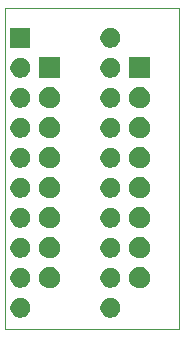
<source format=gbr>
G04 #@! TF.GenerationSoftware,KiCad,Pcbnew,(5.1.5)-3*
G04 #@! TF.CreationDate,2020-09-11T10:56:43+02:00*
G04 #@! TF.ProjectId,mmu_16v8,6d6d755f-3136-4763-982e-6b696361645f,rev?*
G04 #@! TF.SameCoordinates,Original*
G04 #@! TF.FileFunction,Soldermask,Bot*
G04 #@! TF.FilePolarity,Negative*
%FSLAX46Y46*%
G04 Gerber Fmt 4.6, Leading zero omitted, Abs format (unit mm)*
G04 Created by KiCad (PCBNEW (5.1.5)-3) date 2020-09-11 10:56:43*
%MOMM*%
%LPD*%
G04 APERTURE LIST*
%ADD10C,0.050000*%
%ADD11C,0.100000*%
G04 APERTURE END LIST*
D10*
X140208000Y-69088000D02*
X140208000Y-41910000D01*
X154940000Y-69088000D02*
X140208000Y-69088000D01*
X154940000Y-41910000D02*
X154940000Y-69088000D01*
X140208000Y-41910000D02*
X154940000Y-41910000D01*
D11*
G36*
X149409728Y-66491703D02*
G01*
X149564600Y-66555853D01*
X149703981Y-66648985D01*
X149822515Y-66767519D01*
X149915647Y-66906900D01*
X149979797Y-67061772D01*
X150012500Y-67226184D01*
X150012500Y-67393816D01*
X149979797Y-67558228D01*
X149915647Y-67713100D01*
X149822515Y-67852481D01*
X149703981Y-67971015D01*
X149564600Y-68064147D01*
X149409728Y-68128297D01*
X149245316Y-68161000D01*
X149077684Y-68161000D01*
X148913272Y-68128297D01*
X148758400Y-68064147D01*
X148619019Y-67971015D01*
X148500485Y-67852481D01*
X148407353Y-67713100D01*
X148343203Y-67558228D01*
X148310500Y-67393816D01*
X148310500Y-67226184D01*
X148343203Y-67061772D01*
X148407353Y-66906900D01*
X148500485Y-66767519D01*
X148619019Y-66648985D01*
X148758400Y-66555853D01*
X148913272Y-66491703D01*
X149077684Y-66459000D01*
X149245316Y-66459000D01*
X149409728Y-66491703D01*
G37*
G36*
X141789728Y-66491703D02*
G01*
X141944600Y-66555853D01*
X142083981Y-66648985D01*
X142202515Y-66767519D01*
X142295647Y-66906900D01*
X142359797Y-67061772D01*
X142392500Y-67226184D01*
X142392500Y-67393816D01*
X142359797Y-67558228D01*
X142295647Y-67713100D01*
X142202515Y-67852481D01*
X142083981Y-67971015D01*
X141944600Y-68064147D01*
X141789728Y-68128297D01*
X141625316Y-68161000D01*
X141457684Y-68161000D01*
X141293272Y-68128297D01*
X141138400Y-68064147D01*
X140999019Y-67971015D01*
X140880485Y-67852481D01*
X140787353Y-67713100D01*
X140723203Y-67558228D01*
X140690500Y-67393816D01*
X140690500Y-67226184D01*
X140723203Y-67061772D01*
X140787353Y-66906900D01*
X140880485Y-66767519D01*
X140999019Y-66648985D01*
X141138400Y-66555853D01*
X141293272Y-66491703D01*
X141457684Y-66459000D01*
X141625316Y-66459000D01*
X141789728Y-66491703D01*
G37*
G36*
X144131512Y-63873927D02*
G01*
X144280812Y-63903624D01*
X144444784Y-63971544D01*
X144592354Y-64070147D01*
X144717853Y-64195646D01*
X144816456Y-64343216D01*
X144884376Y-64507188D01*
X144919000Y-64681259D01*
X144919000Y-64858741D01*
X144884376Y-65032812D01*
X144816456Y-65196784D01*
X144717853Y-65344354D01*
X144592354Y-65469853D01*
X144444784Y-65568456D01*
X144280812Y-65636376D01*
X144131512Y-65666073D01*
X144106742Y-65671000D01*
X143929258Y-65671000D01*
X143904488Y-65666073D01*
X143755188Y-65636376D01*
X143591216Y-65568456D01*
X143443646Y-65469853D01*
X143318147Y-65344354D01*
X143219544Y-65196784D01*
X143151624Y-65032812D01*
X143117000Y-64858741D01*
X143117000Y-64681259D01*
X143151624Y-64507188D01*
X143219544Y-64343216D01*
X143318147Y-64195646D01*
X143443646Y-64070147D01*
X143591216Y-63971544D01*
X143755188Y-63903624D01*
X143904488Y-63873927D01*
X143929258Y-63869000D01*
X144106742Y-63869000D01*
X144131512Y-63873927D01*
G37*
G36*
X151751512Y-63873927D02*
G01*
X151900812Y-63903624D01*
X152064784Y-63971544D01*
X152212354Y-64070147D01*
X152337853Y-64195646D01*
X152436456Y-64343216D01*
X152504376Y-64507188D01*
X152539000Y-64681259D01*
X152539000Y-64858741D01*
X152504376Y-65032812D01*
X152436456Y-65196784D01*
X152337853Y-65344354D01*
X152212354Y-65469853D01*
X152064784Y-65568456D01*
X151900812Y-65636376D01*
X151751512Y-65666073D01*
X151726742Y-65671000D01*
X151549258Y-65671000D01*
X151524488Y-65666073D01*
X151375188Y-65636376D01*
X151211216Y-65568456D01*
X151063646Y-65469853D01*
X150938147Y-65344354D01*
X150839544Y-65196784D01*
X150771624Y-65032812D01*
X150737000Y-64858741D01*
X150737000Y-64681259D01*
X150771624Y-64507188D01*
X150839544Y-64343216D01*
X150938147Y-64195646D01*
X151063646Y-64070147D01*
X151211216Y-63971544D01*
X151375188Y-63903624D01*
X151524488Y-63873927D01*
X151549258Y-63869000D01*
X151726742Y-63869000D01*
X151751512Y-63873927D01*
G37*
G36*
X141789728Y-63951703D02*
G01*
X141944600Y-64015853D01*
X142083981Y-64108985D01*
X142202515Y-64227519D01*
X142295647Y-64366900D01*
X142359797Y-64521772D01*
X142392500Y-64686184D01*
X142392500Y-64853816D01*
X142359797Y-65018228D01*
X142295647Y-65173100D01*
X142202515Y-65312481D01*
X142083981Y-65431015D01*
X141944600Y-65524147D01*
X141789728Y-65588297D01*
X141625316Y-65621000D01*
X141457684Y-65621000D01*
X141293272Y-65588297D01*
X141138400Y-65524147D01*
X140999019Y-65431015D01*
X140880485Y-65312481D01*
X140787353Y-65173100D01*
X140723203Y-65018228D01*
X140690500Y-64853816D01*
X140690500Y-64686184D01*
X140723203Y-64521772D01*
X140787353Y-64366900D01*
X140880485Y-64227519D01*
X140999019Y-64108985D01*
X141138400Y-64015853D01*
X141293272Y-63951703D01*
X141457684Y-63919000D01*
X141625316Y-63919000D01*
X141789728Y-63951703D01*
G37*
G36*
X149409728Y-63951703D02*
G01*
X149564600Y-64015853D01*
X149703981Y-64108985D01*
X149822515Y-64227519D01*
X149915647Y-64366900D01*
X149979797Y-64521772D01*
X150012500Y-64686184D01*
X150012500Y-64853816D01*
X149979797Y-65018228D01*
X149915647Y-65173100D01*
X149822515Y-65312481D01*
X149703981Y-65431015D01*
X149564600Y-65524147D01*
X149409728Y-65588297D01*
X149245316Y-65621000D01*
X149077684Y-65621000D01*
X148913272Y-65588297D01*
X148758400Y-65524147D01*
X148619019Y-65431015D01*
X148500485Y-65312481D01*
X148407353Y-65173100D01*
X148343203Y-65018228D01*
X148310500Y-64853816D01*
X148310500Y-64686184D01*
X148343203Y-64521772D01*
X148407353Y-64366900D01*
X148500485Y-64227519D01*
X148619019Y-64108985D01*
X148758400Y-64015853D01*
X148913272Y-63951703D01*
X149077684Y-63919000D01*
X149245316Y-63919000D01*
X149409728Y-63951703D01*
G37*
G36*
X144131512Y-61333927D02*
G01*
X144280812Y-61363624D01*
X144444784Y-61431544D01*
X144592354Y-61530147D01*
X144717853Y-61655646D01*
X144816456Y-61803216D01*
X144884376Y-61967188D01*
X144919000Y-62141259D01*
X144919000Y-62318741D01*
X144884376Y-62492812D01*
X144816456Y-62656784D01*
X144717853Y-62804354D01*
X144592354Y-62929853D01*
X144444784Y-63028456D01*
X144280812Y-63096376D01*
X144131512Y-63126073D01*
X144106742Y-63131000D01*
X143929258Y-63131000D01*
X143904488Y-63126073D01*
X143755188Y-63096376D01*
X143591216Y-63028456D01*
X143443646Y-62929853D01*
X143318147Y-62804354D01*
X143219544Y-62656784D01*
X143151624Y-62492812D01*
X143117000Y-62318741D01*
X143117000Y-62141259D01*
X143151624Y-61967188D01*
X143219544Y-61803216D01*
X143318147Y-61655646D01*
X143443646Y-61530147D01*
X143591216Y-61431544D01*
X143755188Y-61363624D01*
X143904488Y-61333927D01*
X143929258Y-61329000D01*
X144106742Y-61329000D01*
X144131512Y-61333927D01*
G37*
G36*
X151751512Y-61333927D02*
G01*
X151900812Y-61363624D01*
X152064784Y-61431544D01*
X152212354Y-61530147D01*
X152337853Y-61655646D01*
X152436456Y-61803216D01*
X152504376Y-61967188D01*
X152539000Y-62141259D01*
X152539000Y-62318741D01*
X152504376Y-62492812D01*
X152436456Y-62656784D01*
X152337853Y-62804354D01*
X152212354Y-62929853D01*
X152064784Y-63028456D01*
X151900812Y-63096376D01*
X151751512Y-63126073D01*
X151726742Y-63131000D01*
X151549258Y-63131000D01*
X151524488Y-63126073D01*
X151375188Y-63096376D01*
X151211216Y-63028456D01*
X151063646Y-62929853D01*
X150938147Y-62804354D01*
X150839544Y-62656784D01*
X150771624Y-62492812D01*
X150737000Y-62318741D01*
X150737000Y-62141259D01*
X150771624Y-61967188D01*
X150839544Y-61803216D01*
X150938147Y-61655646D01*
X151063646Y-61530147D01*
X151211216Y-61431544D01*
X151375188Y-61363624D01*
X151524488Y-61333927D01*
X151549258Y-61329000D01*
X151726742Y-61329000D01*
X151751512Y-61333927D01*
G37*
G36*
X149409728Y-61411703D02*
G01*
X149564600Y-61475853D01*
X149703981Y-61568985D01*
X149822515Y-61687519D01*
X149915647Y-61826900D01*
X149979797Y-61981772D01*
X150012500Y-62146184D01*
X150012500Y-62313816D01*
X149979797Y-62478228D01*
X149915647Y-62633100D01*
X149822515Y-62772481D01*
X149703981Y-62891015D01*
X149564600Y-62984147D01*
X149409728Y-63048297D01*
X149245316Y-63081000D01*
X149077684Y-63081000D01*
X148913272Y-63048297D01*
X148758400Y-62984147D01*
X148619019Y-62891015D01*
X148500485Y-62772481D01*
X148407353Y-62633100D01*
X148343203Y-62478228D01*
X148310500Y-62313816D01*
X148310500Y-62146184D01*
X148343203Y-61981772D01*
X148407353Y-61826900D01*
X148500485Y-61687519D01*
X148619019Y-61568985D01*
X148758400Y-61475853D01*
X148913272Y-61411703D01*
X149077684Y-61379000D01*
X149245316Y-61379000D01*
X149409728Y-61411703D01*
G37*
G36*
X141789728Y-61411703D02*
G01*
X141944600Y-61475853D01*
X142083981Y-61568985D01*
X142202515Y-61687519D01*
X142295647Y-61826900D01*
X142359797Y-61981772D01*
X142392500Y-62146184D01*
X142392500Y-62313816D01*
X142359797Y-62478228D01*
X142295647Y-62633100D01*
X142202515Y-62772481D01*
X142083981Y-62891015D01*
X141944600Y-62984147D01*
X141789728Y-63048297D01*
X141625316Y-63081000D01*
X141457684Y-63081000D01*
X141293272Y-63048297D01*
X141138400Y-62984147D01*
X140999019Y-62891015D01*
X140880485Y-62772481D01*
X140787353Y-62633100D01*
X140723203Y-62478228D01*
X140690500Y-62313816D01*
X140690500Y-62146184D01*
X140723203Y-61981772D01*
X140787353Y-61826900D01*
X140880485Y-61687519D01*
X140999019Y-61568985D01*
X141138400Y-61475853D01*
X141293272Y-61411703D01*
X141457684Y-61379000D01*
X141625316Y-61379000D01*
X141789728Y-61411703D01*
G37*
G36*
X144131512Y-58793927D02*
G01*
X144280812Y-58823624D01*
X144444784Y-58891544D01*
X144592354Y-58990147D01*
X144717853Y-59115646D01*
X144816456Y-59263216D01*
X144884376Y-59427188D01*
X144919000Y-59601259D01*
X144919000Y-59778741D01*
X144884376Y-59952812D01*
X144816456Y-60116784D01*
X144717853Y-60264354D01*
X144592354Y-60389853D01*
X144444784Y-60488456D01*
X144280812Y-60556376D01*
X144131512Y-60586073D01*
X144106742Y-60591000D01*
X143929258Y-60591000D01*
X143904488Y-60586073D01*
X143755188Y-60556376D01*
X143591216Y-60488456D01*
X143443646Y-60389853D01*
X143318147Y-60264354D01*
X143219544Y-60116784D01*
X143151624Y-59952812D01*
X143117000Y-59778741D01*
X143117000Y-59601259D01*
X143151624Y-59427188D01*
X143219544Y-59263216D01*
X143318147Y-59115646D01*
X143443646Y-58990147D01*
X143591216Y-58891544D01*
X143755188Y-58823624D01*
X143904488Y-58793927D01*
X143929258Y-58789000D01*
X144106742Y-58789000D01*
X144131512Y-58793927D01*
G37*
G36*
X151751512Y-58793927D02*
G01*
X151900812Y-58823624D01*
X152064784Y-58891544D01*
X152212354Y-58990147D01*
X152337853Y-59115646D01*
X152436456Y-59263216D01*
X152504376Y-59427188D01*
X152539000Y-59601259D01*
X152539000Y-59778741D01*
X152504376Y-59952812D01*
X152436456Y-60116784D01*
X152337853Y-60264354D01*
X152212354Y-60389853D01*
X152064784Y-60488456D01*
X151900812Y-60556376D01*
X151751512Y-60586073D01*
X151726742Y-60591000D01*
X151549258Y-60591000D01*
X151524488Y-60586073D01*
X151375188Y-60556376D01*
X151211216Y-60488456D01*
X151063646Y-60389853D01*
X150938147Y-60264354D01*
X150839544Y-60116784D01*
X150771624Y-59952812D01*
X150737000Y-59778741D01*
X150737000Y-59601259D01*
X150771624Y-59427188D01*
X150839544Y-59263216D01*
X150938147Y-59115646D01*
X151063646Y-58990147D01*
X151211216Y-58891544D01*
X151375188Y-58823624D01*
X151524488Y-58793927D01*
X151549258Y-58789000D01*
X151726742Y-58789000D01*
X151751512Y-58793927D01*
G37*
G36*
X149409728Y-58871703D02*
G01*
X149564600Y-58935853D01*
X149703981Y-59028985D01*
X149822515Y-59147519D01*
X149915647Y-59286900D01*
X149979797Y-59441772D01*
X150012500Y-59606184D01*
X150012500Y-59773816D01*
X149979797Y-59938228D01*
X149915647Y-60093100D01*
X149822515Y-60232481D01*
X149703981Y-60351015D01*
X149564600Y-60444147D01*
X149409728Y-60508297D01*
X149245316Y-60541000D01*
X149077684Y-60541000D01*
X148913272Y-60508297D01*
X148758400Y-60444147D01*
X148619019Y-60351015D01*
X148500485Y-60232481D01*
X148407353Y-60093100D01*
X148343203Y-59938228D01*
X148310500Y-59773816D01*
X148310500Y-59606184D01*
X148343203Y-59441772D01*
X148407353Y-59286900D01*
X148500485Y-59147519D01*
X148619019Y-59028985D01*
X148758400Y-58935853D01*
X148913272Y-58871703D01*
X149077684Y-58839000D01*
X149245316Y-58839000D01*
X149409728Y-58871703D01*
G37*
G36*
X141789728Y-58871703D02*
G01*
X141944600Y-58935853D01*
X142083981Y-59028985D01*
X142202515Y-59147519D01*
X142295647Y-59286900D01*
X142359797Y-59441772D01*
X142392500Y-59606184D01*
X142392500Y-59773816D01*
X142359797Y-59938228D01*
X142295647Y-60093100D01*
X142202515Y-60232481D01*
X142083981Y-60351015D01*
X141944600Y-60444147D01*
X141789728Y-60508297D01*
X141625316Y-60541000D01*
X141457684Y-60541000D01*
X141293272Y-60508297D01*
X141138400Y-60444147D01*
X140999019Y-60351015D01*
X140880485Y-60232481D01*
X140787353Y-60093100D01*
X140723203Y-59938228D01*
X140690500Y-59773816D01*
X140690500Y-59606184D01*
X140723203Y-59441772D01*
X140787353Y-59286900D01*
X140880485Y-59147519D01*
X140999019Y-59028985D01*
X141138400Y-58935853D01*
X141293272Y-58871703D01*
X141457684Y-58839000D01*
X141625316Y-58839000D01*
X141789728Y-58871703D01*
G37*
G36*
X144131512Y-56253927D02*
G01*
X144280812Y-56283624D01*
X144444784Y-56351544D01*
X144592354Y-56450147D01*
X144717853Y-56575646D01*
X144816456Y-56723216D01*
X144884376Y-56887188D01*
X144919000Y-57061259D01*
X144919000Y-57238741D01*
X144884376Y-57412812D01*
X144816456Y-57576784D01*
X144717853Y-57724354D01*
X144592354Y-57849853D01*
X144444784Y-57948456D01*
X144280812Y-58016376D01*
X144131512Y-58046073D01*
X144106742Y-58051000D01*
X143929258Y-58051000D01*
X143904488Y-58046073D01*
X143755188Y-58016376D01*
X143591216Y-57948456D01*
X143443646Y-57849853D01*
X143318147Y-57724354D01*
X143219544Y-57576784D01*
X143151624Y-57412812D01*
X143117000Y-57238741D01*
X143117000Y-57061259D01*
X143151624Y-56887188D01*
X143219544Y-56723216D01*
X143318147Y-56575646D01*
X143443646Y-56450147D01*
X143591216Y-56351544D01*
X143755188Y-56283624D01*
X143904488Y-56253927D01*
X143929258Y-56249000D01*
X144106742Y-56249000D01*
X144131512Y-56253927D01*
G37*
G36*
X151751512Y-56253927D02*
G01*
X151900812Y-56283624D01*
X152064784Y-56351544D01*
X152212354Y-56450147D01*
X152337853Y-56575646D01*
X152436456Y-56723216D01*
X152504376Y-56887188D01*
X152539000Y-57061259D01*
X152539000Y-57238741D01*
X152504376Y-57412812D01*
X152436456Y-57576784D01*
X152337853Y-57724354D01*
X152212354Y-57849853D01*
X152064784Y-57948456D01*
X151900812Y-58016376D01*
X151751512Y-58046073D01*
X151726742Y-58051000D01*
X151549258Y-58051000D01*
X151524488Y-58046073D01*
X151375188Y-58016376D01*
X151211216Y-57948456D01*
X151063646Y-57849853D01*
X150938147Y-57724354D01*
X150839544Y-57576784D01*
X150771624Y-57412812D01*
X150737000Y-57238741D01*
X150737000Y-57061259D01*
X150771624Y-56887188D01*
X150839544Y-56723216D01*
X150938147Y-56575646D01*
X151063646Y-56450147D01*
X151211216Y-56351544D01*
X151375188Y-56283624D01*
X151524488Y-56253927D01*
X151549258Y-56249000D01*
X151726742Y-56249000D01*
X151751512Y-56253927D01*
G37*
G36*
X149409728Y-56331703D02*
G01*
X149564600Y-56395853D01*
X149703981Y-56488985D01*
X149822515Y-56607519D01*
X149915647Y-56746900D01*
X149979797Y-56901772D01*
X150012500Y-57066184D01*
X150012500Y-57233816D01*
X149979797Y-57398228D01*
X149915647Y-57553100D01*
X149822515Y-57692481D01*
X149703981Y-57811015D01*
X149564600Y-57904147D01*
X149409728Y-57968297D01*
X149245316Y-58001000D01*
X149077684Y-58001000D01*
X148913272Y-57968297D01*
X148758400Y-57904147D01*
X148619019Y-57811015D01*
X148500485Y-57692481D01*
X148407353Y-57553100D01*
X148343203Y-57398228D01*
X148310500Y-57233816D01*
X148310500Y-57066184D01*
X148343203Y-56901772D01*
X148407353Y-56746900D01*
X148500485Y-56607519D01*
X148619019Y-56488985D01*
X148758400Y-56395853D01*
X148913272Y-56331703D01*
X149077684Y-56299000D01*
X149245316Y-56299000D01*
X149409728Y-56331703D01*
G37*
G36*
X141789728Y-56331703D02*
G01*
X141944600Y-56395853D01*
X142083981Y-56488985D01*
X142202515Y-56607519D01*
X142295647Y-56746900D01*
X142359797Y-56901772D01*
X142392500Y-57066184D01*
X142392500Y-57233816D01*
X142359797Y-57398228D01*
X142295647Y-57553100D01*
X142202515Y-57692481D01*
X142083981Y-57811015D01*
X141944600Y-57904147D01*
X141789728Y-57968297D01*
X141625316Y-58001000D01*
X141457684Y-58001000D01*
X141293272Y-57968297D01*
X141138400Y-57904147D01*
X140999019Y-57811015D01*
X140880485Y-57692481D01*
X140787353Y-57553100D01*
X140723203Y-57398228D01*
X140690500Y-57233816D01*
X140690500Y-57066184D01*
X140723203Y-56901772D01*
X140787353Y-56746900D01*
X140880485Y-56607519D01*
X140999019Y-56488985D01*
X141138400Y-56395853D01*
X141293272Y-56331703D01*
X141457684Y-56299000D01*
X141625316Y-56299000D01*
X141789728Y-56331703D01*
G37*
G36*
X151751512Y-53713927D02*
G01*
X151900812Y-53743624D01*
X152064784Y-53811544D01*
X152212354Y-53910147D01*
X152337853Y-54035646D01*
X152436456Y-54183216D01*
X152504376Y-54347188D01*
X152539000Y-54521259D01*
X152539000Y-54698741D01*
X152504376Y-54872812D01*
X152436456Y-55036784D01*
X152337853Y-55184354D01*
X152212354Y-55309853D01*
X152064784Y-55408456D01*
X151900812Y-55476376D01*
X151751512Y-55506073D01*
X151726742Y-55511000D01*
X151549258Y-55511000D01*
X151524488Y-55506073D01*
X151375188Y-55476376D01*
X151211216Y-55408456D01*
X151063646Y-55309853D01*
X150938147Y-55184354D01*
X150839544Y-55036784D01*
X150771624Y-54872812D01*
X150737000Y-54698741D01*
X150737000Y-54521259D01*
X150771624Y-54347188D01*
X150839544Y-54183216D01*
X150938147Y-54035646D01*
X151063646Y-53910147D01*
X151211216Y-53811544D01*
X151375188Y-53743624D01*
X151524488Y-53713927D01*
X151549258Y-53709000D01*
X151726742Y-53709000D01*
X151751512Y-53713927D01*
G37*
G36*
X144131512Y-53713927D02*
G01*
X144280812Y-53743624D01*
X144444784Y-53811544D01*
X144592354Y-53910147D01*
X144717853Y-54035646D01*
X144816456Y-54183216D01*
X144884376Y-54347188D01*
X144919000Y-54521259D01*
X144919000Y-54698741D01*
X144884376Y-54872812D01*
X144816456Y-55036784D01*
X144717853Y-55184354D01*
X144592354Y-55309853D01*
X144444784Y-55408456D01*
X144280812Y-55476376D01*
X144131512Y-55506073D01*
X144106742Y-55511000D01*
X143929258Y-55511000D01*
X143904488Y-55506073D01*
X143755188Y-55476376D01*
X143591216Y-55408456D01*
X143443646Y-55309853D01*
X143318147Y-55184354D01*
X143219544Y-55036784D01*
X143151624Y-54872812D01*
X143117000Y-54698741D01*
X143117000Y-54521259D01*
X143151624Y-54347188D01*
X143219544Y-54183216D01*
X143318147Y-54035646D01*
X143443646Y-53910147D01*
X143591216Y-53811544D01*
X143755188Y-53743624D01*
X143904488Y-53713927D01*
X143929258Y-53709000D01*
X144106742Y-53709000D01*
X144131512Y-53713927D01*
G37*
G36*
X149409728Y-53791703D02*
G01*
X149564600Y-53855853D01*
X149703981Y-53948985D01*
X149822515Y-54067519D01*
X149915647Y-54206900D01*
X149979797Y-54361772D01*
X150012500Y-54526184D01*
X150012500Y-54693816D01*
X149979797Y-54858228D01*
X149915647Y-55013100D01*
X149822515Y-55152481D01*
X149703981Y-55271015D01*
X149564600Y-55364147D01*
X149409728Y-55428297D01*
X149245316Y-55461000D01*
X149077684Y-55461000D01*
X148913272Y-55428297D01*
X148758400Y-55364147D01*
X148619019Y-55271015D01*
X148500485Y-55152481D01*
X148407353Y-55013100D01*
X148343203Y-54858228D01*
X148310500Y-54693816D01*
X148310500Y-54526184D01*
X148343203Y-54361772D01*
X148407353Y-54206900D01*
X148500485Y-54067519D01*
X148619019Y-53948985D01*
X148758400Y-53855853D01*
X148913272Y-53791703D01*
X149077684Y-53759000D01*
X149245316Y-53759000D01*
X149409728Y-53791703D01*
G37*
G36*
X141789728Y-53791703D02*
G01*
X141944600Y-53855853D01*
X142083981Y-53948985D01*
X142202515Y-54067519D01*
X142295647Y-54206900D01*
X142359797Y-54361772D01*
X142392500Y-54526184D01*
X142392500Y-54693816D01*
X142359797Y-54858228D01*
X142295647Y-55013100D01*
X142202515Y-55152481D01*
X142083981Y-55271015D01*
X141944600Y-55364147D01*
X141789728Y-55428297D01*
X141625316Y-55461000D01*
X141457684Y-55461000D01*
X141293272Y-55428297D01*
X141138400Y-55364147D01*
X140999019Y-55271015D01*
X140880485Y-55152481D01*
X140787353Y-55013100D01*
X140723203Y-54858228D01*
X140690500Y-54693816D01*
X140690500Y-54526184D01*
X140723203Y-54361772D01*
X140787353Y-54206900D01*
X140880485Y-54067519D01*
X140999019Y-53948985D01*
X141138400Y-53855853D01*
X141293272Y-53791703D01*
X141457684Y-53759000D01*
X141625316Y-53759000D01*
X141789728Y-53791703D01*
G37*
G36*
X144131512Y-51173927D02*
G01*
X144280812Y-51203624D01*
X144444784Y-51271544D01*
X144592354Y-51370147D01*
X144717853Y-51495646D01*
X144816456Y-51643216D01*
X144884376Y-51807188D01*
X144919000Y-51981259D01*
X144919000Y-52158741D01*
X144884376Y-52332812D01*
X144816456Y-52496784D01*
X144717853Y-52644354D01*
X144592354Y-52769853D01*
X144444784Y-52868456D01*
X144280812Y-52936376D01*
X144131512Y-52966073D01*
X144106742Y-52971000D01*
X143929258Y-52971000D01*
X143904488Y-52966073D01*
X143755188Y-52936376D01*
X143591216Y-52868456D01*
X143443646Y-52769853D01*
X143318147Y-52644354D01*
X143219544Y-52496784D01*
X143151624Y-52332812D01*
X143117000Y-52158741D01*
X143117000Y-51981259D01*
X143151624Y-51807188D01*
X143219544Y-51643216D01*
X143318147Y-51495646D01*
X143443646Y-51370147D01*
X143591216Y-51271544D01*
X143755188Y-51203624D01*
X143904488Y-51173927D01*
X143929258Y-51169000D01*
X144106742Y-51169000D01*
X144131512Y-51173927D01*
G37*
G36*
X151751512Y-51173927D02*
G01*
X151900812Y-51203624D01*
X152064784Y-51271544D01*
X152212354Y-51370147D01*
X152337853Y-51495646D01*
X152436456Y-51643216D01*
X152504376Y-51807188D01*
X152539000Y-51981259D01*
X152539000Y-52158741D01*
X152504376Y-52332812D01*
X152436456Y-52496784D01*
X152337853Y-52644354D01*
X152212354Y-52769853D01*
X152064784Y-52868456D01*
X151900812Y-52936376D01*
X151751512Y-52966073D01*
X151726742Y-52971000D01*
X151549258Y-52971000D01*
X151524488Y-52966073D01*
X151375188Y-52936376D01*
X151211216Y-52868456D01*
X151063646Y-52769853D01*
X150938147Y-52644354D01*
X150839544Y-52496784D01*
X150771624Y-52332812D01*
X150737000Y-52158741D01*
X150737000Y-51981259D01*
X150771624Y-51807188D01*
X150839544Y-51643216D01*
X150938147Y-51495646D01*
X151063646Y-51370147D01*
X151211216Y-51271544D01*
X151375188Y-51203624D01*
X151524488Y-51173927D01*
X151549258Y-51169000D01*
X151726742Y-51169000D01*
X151751512Y-51173927D01*
G37*
G36*
X149409728Y-51251703D02*
G01*
X149564600Y-51315853D01*
X149703981Y-51408985D01*
X149822515Y-51527519D01*
X149915647Y-51666900D01*
X149979797Y-51821772D01*
X150012500Y-51986184D01*
X150012500Y-52153816D01*
X149979797Y-52318228D01*
X149915647Y-52473100D01*
X149822515Y-52612481D01*
X149703981Y-52731015D01*
X149564600Y-52824147D01*
X149409728Y-52888297D01*
X149245316Y-52921000D01*
X149077684Y-52921000D01*
X148913272Y-52888297D01*
X148758400Y-52824147D01*
X148619019Y-52731015D01*
X148500485Y-52612481D01*
X148407353Y-52473100D01*
X148343203Y-52318228D01*
X148310500Y-52153816D01*
X148310500Y-51986184D01*
X148343203Y-51821772D01*
X148407353Y-51666900D01*
X148500485Y-51527519D01*
X148619019Y-51408985D01*
X148758400Y-51315853D01*
X148913272Y-51251703D01*
X149077684Y-51219000D01*
X149245316Y-51219000D01*
X149409728Y-51251703D01*
G37*
G36*
X141789728Y-51251703D02*
G01*
X141944600Y-51315853D01*
X142083981Y-51408985D01*
X142202515Y-51527519D01*
X142295647Y-51666900D01*
X142359797Y-51821772D01*
X142392500Y-51986184D01*
X142392500Y-52153816D01*
X142359797Y-52318228D01*
X142295647Y-52473100D01*
X142202515Y-52612481D01*
X142083981Y-52731015D01*
X141944600Y-52824147D01*
X141789728Y-52888297D01*
X141625316Y-52921000D01*
X141457684Y-52921000D01*
X141293272Y-52888297D01*
X141138400Y-52824147D01*
X140999019Y-52731015D01*
X140880485Y-52612481D01*
X140787353Y-52473100D01*
X140723203Y-52318228D01*
X140690500Y-52153816D01*
X140690500Y-51986184D01*
X140723203Y-51821772D01*
X140787353Y-51666900D01*
X140880485Y-51527519D01*
X140999019Y-51408985D01*
X141138400Y-51315853D01*
X141293272Y-51251703D01*
X141457684Y-51219000D01*
X141625316Y-51219000D01*
X141789728Y-51251703D01*
G37*
G36*
X144131512Y-48633927D02*
G01*
X144280812Y-48663624D01*
X144444784Y-48731544D01*
X144592354Y-48830147D01*
X144717853Y-48955646D01*
X144816456Y-49103216D01*
X144884376Y-49267188D01*
X144919000Y-49441259D01*
X144919000Y-49618741D01*
X144884376Y-49792812D01*
X144816456Y-49956784D01*
X144717853Y-50104354D01*
X144592354Y-50229853D01*
X144444784Y-50328456D01*
X144280812Y-50396376D01*
X144131512Y-50426073D01*
X144106742Y-50431000D01*
X143929258Y-50431000D01*
X143904488Y-50426073D01*
X143755188Y-50396376D01*
X143591216Y-50328456D01*
X143443646Y-50229853D01*
X143318147Y-50104354D01*
X143219544Y-49956784D01*
X143151624Y-49792812D01*
X143117000Y-49618741D01*
X143117000Y-49441259D01*
X143151624Y-49267188D01*
X143219544Y-49103216D01*
X143318147Y-48955646D01*
X143443646Y-48830147D01*
X143591216Y-48731544D01*
X143755188Y-48663624D01*
X143904488Y-48633927D01*
X143929258Y-48629000D01*
X144106742Y-48629000D01*
X144131512Y-48633927D01*
G37*
G36*
X151751512Y-48633927D02*
G01*
X151900812Y-48663624D01*
X152064784Y-48731544D01*
X152212354Y-48830147D01*
X152337853Y-48955646D01*
X152436456Y-49103216D01*
X152504376Y-49267188D01*
X152539000Y-49441259D01*
X152539000Y-49618741D01*
X152504376Y-49792812D01*
X152436456Y-49956784D01*
X152337853Y-50104354D01*
X152212354Y-50229853D01*
X152064784Y-50328456D01*
X151900812Y-50396376D01*
X151751512Y-50426073D01*
X151726742Y-50431000D01*
X151549258Y-50431000D01*
X151524488Y-50426073D01*
X151375188Y-50396376D01*
X151211216Y-50328456D01*
X151063646Y-50229853D01*
X150938147Y-50104354D01*
X150839544Y-49956784D01*
X150771624Y-49792812D01*
X150737000Y-49618741D01*
X150737000Y-49441259D01*
X150771624Y-49267188D01*
X150839544Y-49103216D01*
X150938147Y-48955646D01*
X151063646Y-48830147D01*
X151211216Y-48731544D01*
X151375188Y-48663624D01*
X151524488Y-48633927D01*
X151549258Y-48629000D01*
X151726742Y-48629000D01*
X151751512Y-48633927D01*
G37*
G36*
X149409728Y-48711703D02*
G01*
X149564600Y-48775853D01*
X149703981Y-48868985D01*
X149822515Y-48987519D01*
X149915647Y-49126900D01*
X149979797Y-49281772D01*
X150012500Y-49446184D01*
X150012500Y-49613816D01*
X149979797Y-49778228D01*
X149915647Y-49933100D01*
X149822515Y-50072481D01*
X149703981Y-50191015D01*
X149564600Y-50284147D01*
X149409728Y-50348297D01*
X149245316Y-50381000D01*
X149077684Y-50381000D01*
X148913272Y-50348297D01*
X148758400Y-50284147D01*
X148619019Y-50191015D01*
X148500485Y-50072481D01*
X148407353Y-49933100D01*
X148343203Y-49778228D01*
X148310500Y-49613816D01*
X148310500Y-49446184D01*
X148343203Y-49281772D01*
X148407353Y-49126900D01*
X148500485Y-48987519D01*
X148619019Y-48868985D01*
X148758400Y-48775853D01*
X148913272Y-48711703D01*
X149077684Y-48679000D01*
X149245316Y-48679000D01*
X149409728Y-48711703D01*
G37*
G36*
X141789728Y-48711703D02*
G01*
X141944600Y-48775853D01*
X142083981Y-48868985D01*
X142202515Y-48987519D01*
X142295647Y-49126900D01*
X142359797Y-49281772D01*
X142392500Y-49446184D01*
X142392500Y-49613816D01*
X142359797Y-49778228D01*
X142295647Y-49933100D01*
X142202515Y-50072481D01*
X142083981Y-50191015D01*
X141944600Y-50284147D01*
X141789728Y-50348297D01*
X141625316Y-50381000D01*
X141457684Y-50381000D01*
X141293272Y-50348297D01*
X141138400Y-50284147D01*
X140999019Y-50191015D01*
X140880485Y-50072481D01*
X140787353Y-49933100D01*
X140723203Y-49778228D01*
X140690500Y-49613816D01*
X140690500Y-49446184D01*
X140723203Y-49281772D01*
X140787353Y-49126900D01*
X140880485Y-48987519D01*
X140999019Y-48868985D01*
X141138400Y-48775853D01*
X141293272Y-48711703D01*
X141457684Y-48679000D01*
X141625316Y-48679000D01*
X141789728Y-48711703D01*
G37*
G36*
X144919000Y-47891000D02*
G01*
X143117000Y-47891000D01*
X143117000Y-46089000D01*
X144919000Y-46089000D01*
X144919000Y-47891000D01*
G37*
G36*
X152539000Y-47891000D02*
G01*
X150737000Y-47891000D01*
X150737000Y-46089000D01*
X152539000Y-46089000D01*
X152539000Y-47891000D01*
G37*
G36*
X149409728Y-46171703D02*
G01*
X149564600Y-46235853D01*
X149703981Y-46328985D01*
X149822515Y-46447519D01*
X149915647Y-46586900D01*
X149979797Y-46741772D01*
X150012500Y-46906184D01*
X150012500Y-47073816D01*
X149979797Y-47238228D01*
X149915647Y-47393100D01*
X149822515Y-47532481D01*
X149703981Y-47651015D01*
X149564600Y-47744147D01*
X149409728Y-47808297D01*
X149245316Y-47841000D01*
X149077684Y-47841000D01*
X148913272Y-47808297D01*
X148758400Y-47744147D01*
X148619019Y-47651015D01*
X148500485Y-47532481D01*
X148407353Y-47393100D01*
X148343203Y-47238228D01*
X148310500Y-47073816D01*
X148310500Y-46906184D01*
X148343203Y-46741772D01*
X148407353Y-46586900D01*
X148500485Y-46447519D01*
X148619019Y-46328985D01*
X148758400Y-46235853D01*
X148913272Y-46171703D01*
X149077684Y-46139000D01*
X149245316Y-46139000D01*
X149409728Y-46171703D01*
G37*
G36*
X141789728Y-46171703D02*
G01*
X141944600Y-46235853D01*
X142083981Y-46328985D01*
X142202515Y-46447519D01*
X142295647Y-46586900D01*
X142359797Y-46741772D01*
X142392500Y-46906184D01*
X142392500Y-47073816D01*
X142359797Y-47238228D01*
X142295647Y-47393100D01*
X142202515Y-47532481D01*
X142083981Y-47651015D01*
X141944600Y-47744147D01*
X141789728Y-47808297D01*
X141625316Y-47841000D01*
X141457684Y-47841000D01*
X141293272Y-47808297D01*
X141138400Y-47744147D01*
X140999019Y-47651015D01*
X140880485Y-47532481D01*
X140787353Y-47393100D01*
X140723203Y-47238228D01*
X140690500Y-47073816D01*
X140690500Y-46906184D01*
X140723203Y-46741772D01*
X140787353Y-46586900D01*
X140880485Y-46447519D01*
X140999019Y-46328985D01*
X141138400Y-46235853D01*
X141293272Y-46171703D01*
X141457684Y-46139000D01*
X141625316Y-46139000D01*
X141789728Y-46171703D01*
G37*
G36*
X149409728Y-43631703D02*
G01*
X149564600Y-43695853D01*
X149703981Y-43788985D01*
X149822515Y-43907519D01*
X149915647Y-44046900D01*
X149979797Y-44201772D01*
X150012500Y-44366184D01*
X150012500Y-44533816D01*
X149979797Y-44698228D01*
X149915647Y-44853100D01*
X149822515Y-44992481D01*
X149703981Y-45111015D01*
X149564600Y-45204147D01*
X149409728Y-45268297D01*
X149245316Y-45301000D01*
X149077684Y-45301000D01*
X148913272Y-45268297D01*
X148758400Y-45204147D01*
X148619019Y-45111015D01*
X148500485Y-44992481D01*
X148407353Y-44853100D01*
X148343203Y-44698228D01*
X148310500Y-44533816D01*
X148310500Y-44366184D01*
X148343203Y-44201772D01*
X148407353Y-44046900D01*
X148500485Y-43907519D01*
X148619019Y-43788985D01*
X148758400Y-43695853D01*
X148913272Y-43631703D01*
X149077684Y-43599000D01*
X149245316Y-43599000D01*
X149409728Y-43631703D01*
G37*
G36*
X142392500Y-45301000D02*
G01*
X140690500Y-45301000D01*
X140690500Y-43599000D01*
X142392500Y-43599000D01*
X142392500Y-45301000D01*
G37*
M02*

</source>
